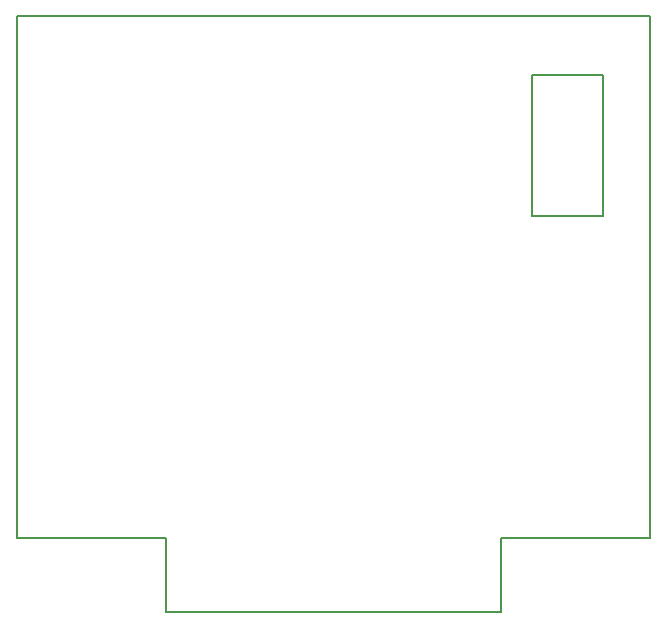
<source format=gbr>
G04 #@! TF.FileFunction,Profile,NP*
%FSLAX46Y46*%
G04 Gerber Fmt 4.6, Leading zero omitted, Abs format (unit mm)*
G04 Created by KiCad (PCBNEW 4.0.7-e2-6376~58~ubuntu16.04.1) date Thu Nov  2 10:40:48 2017*
%MOMM*%
%LPD*%
G01*
G04 APERTURE LIST*
%ADD10C,0.100000*%
%ADD11C,0.150000*%
G04 APERTURE END LIST*
D10*
D11*
X143600000Y-117000000D02*
X143600000Y-105000000D01*
X149600000Y-117000000D02*
X143600000Y-117000000D01*
X149600000Y-105000000D02*
X149600000Y-117000000D01*
X143600000Y-105000000D02*
X149600000Y-105000000D01*
X100000000Y-144200000D02*
X100000000Y-100000000D01*
X112600000Y-144200000D02*
X100000000Y-144200000D01*
X112600000Y-150500000D02*
X112600000Y-144200000D01*
X141000000Y-150500000D02*
X112600000Y-150500000D01*
X141000000Y-144200000D02*
X141000000Y-150500000D01*
X153600000Y-144200000D02*
X141000000Y-144200000D01*
X153600000Y-100000000D02*
X153600000Y-144200000D01*
X100000000Y-100000000D02*
X153600000Y-100000000D01*
M02*

</source>
